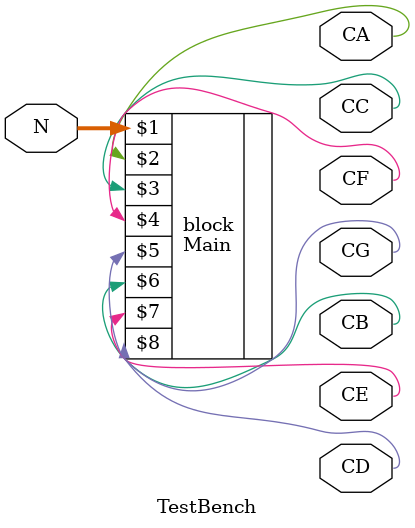
<source format=v>
`timescale 1ns / 1ps
module TestBench(
    input [3:0]N,
    output CA,
    output CC,
    output CF,
    output CG,
    output CB,
    output CE,
    output CD
    );
	
//the hierchy of this represents the original .sch files, even though the main seems redundant

	Main block(N , CA , CC ,CF , CG, CB , CE , CD);

endmodule

</source>
